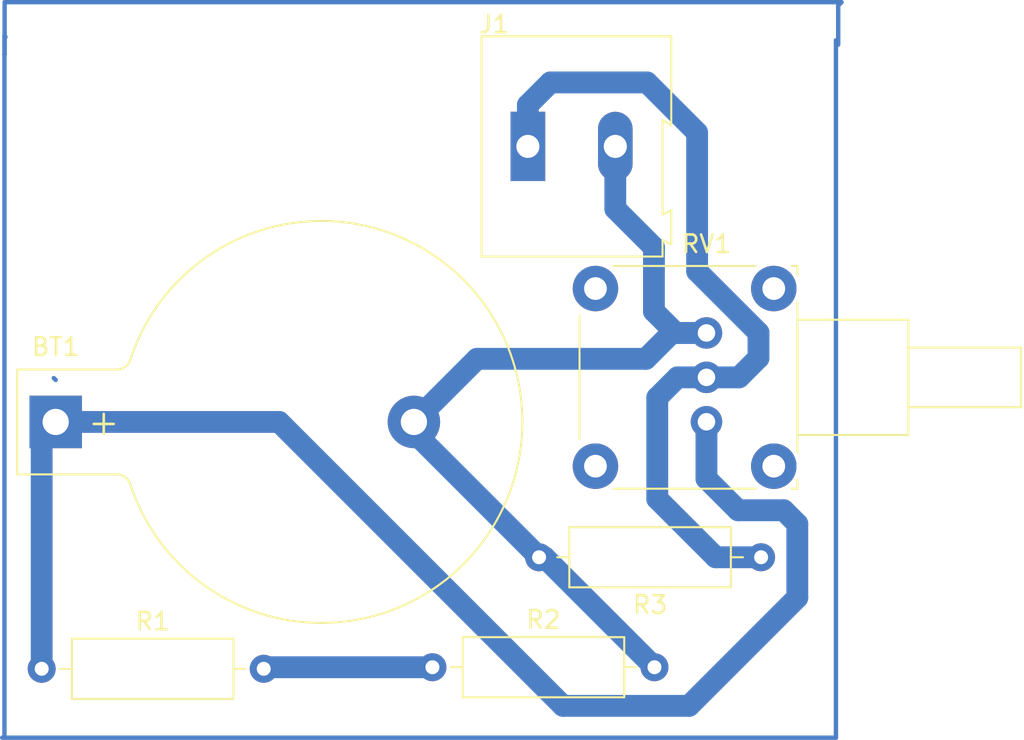
<source format=kicad_pcb>
(kicad_pcb (version 20221018) (generator pcbnew)
  (layers (0 "F.Cu" signal) (31 "B.Cu" signal) (34 "B.Paste" user) (35 "F.Paste" user) (36 "B.SilkS" user "B.Silkscreen") (37 "F.SilkS" user "F.Silkscreen") (38 "B.Mask" user) (39 "F.Mask" user) (44 "Edge.Cuts" user))
  (net 0 "")
  (net 1 "V1")
  (net 2 "VGND")
  (net 3 "V3")
  (net 4 "V2")
  (footprint "Resistor_THT:R_Axial_DIN0309_L9.0mm_D3.2mm_P12.70mm_Horizontal" (layer "F.Cu") (at 148.75 74.82 180)
    (fp_text reference "R3" (at 6.35 -2.72) (layer "F.SilkS"))
    (fp_text value "100k")
    (fp_line (start 1.04 0) (end 1.73 0) (stroke (width 0.12)) (layer "F.SilkS"))
    (fp_line (start 1.73 -1.72) (end 1.73 1.72) (stroke (width 0.12)) (layer "F.SilkS"))
    (fp_line (start 1.73 1.72) (end 10.97 1.72) (stroke (width 0.12)) (layer "F.SilkS"))
    (fp_line (start 10.97 -1.72) (end 1.73 -1.72) (stroke (width 0.12)) (layer "F.SilkS"))
    (fp_line (start 10.97 1.72) (end 10.97 -1.72) (stroke (width 0.12)) (layer "F.SilkS"))
    (fp_line (start 11.66 0) (end 10.97 0) (stroke (width 0.12)) (layer "F.SilkS"))
    (pad "1" thru_hole circle (at 0 0 180) (size 1.6 1.6) (drill 0.8) (layers "*.Cu" "*.Mask") (net 4 "V2"))
    (pad "2" thru_hole oval (at 12.7 0 180) (size 1.6 1.6) (drill 0.8) (layers "*.Cu" "*.Mask") (net 2 "VGND"))
  )
  (footprint "Battery:BatteryHolder_Keystone_103_1x20mm" (layer "F.Cu") (at 108.4 67.08)
    (fp_text reference "BT1" (at 0 -4.3) (layer "F.SilkS"))
    (fp_text value "5V")
    (fp_text user "+" (at 2.75 0) (layer "F.SilkS") (effects (font (size 1.5 1.5))))
    (fp_line (start -2.2 -3) (end 3.5 -3) (stroke (width 0.12)) (layer "F.SilkS"))
    (fp_line (start -2.2 3) (end -2.2 -3) (stroke (width 0.12)) (layer "F.SilkS"))
    (fp_line (start -2.2 3) (end 3.5 3) (stroke (width 0.12)) (layer "F.SilkS"))
    (fp_arc (start 3.5 3) (mid 3.950694 3.136459) (end 4.25 3.5) (stroke (width 0.12)) (layer "F.SilkS"))
    (fp_arc (start 4.25 -3.5) (mid 3.950694 -3.136459) (end 3.5 -3) (stroke (width 0.12)) (layer "F.SilkS"))
    (fp_arc (start 4.25 -3.5) (mid 16.971103 -11.358466) (end 26.695671 0) (stroke (width 0.12)) (layer "F.SilkS"))
    (fp_arc (start 26.695671 0) (mid 16.971103 11.358466) (end 4.25 3.5) (stroke (width 0.12)) (layer "F.SilkS"))
    (pad "1" thru_hole rect (at 0 0) (size 3 3) (drill 1.5) (layers "*.Cu" "*.Mask") (net 1 "V1"))
    (pad "2" thru_hole circle (at 20.49 0) (size 3 3) (drill 1.5) (layers "*.Cu" "*.Mask") (net 2 "VGND"))
  )
  (footprint "Resistor_THT:R_Axial_DIN0309_L9.0mm_D3.2mm_P12.70mm_Horizontal" (layer "F.Cu") (at 107.6 81.2)
    (fp_text reference "R1" (at 6.35 -2.72) (layer "F.SilkS"))
    (fp_text value "100k")
    (fp_line (start 1.04 0) (end 1.73 0) (stroke (width 0.12)) (layer "F.SilkS"))
    (fp_line (start 1.73 -1.72) (end 1.73 1.72) (stroke (width 0.12)) (layer "F.SilkS"))
    (fp_line (start 1.73 1.72) (end 10.97 1.72) (stroke (width 0.12)) (layer "F.SilkS"))
    (fp_line (start 10.97 -1.72) (end 1.73 -1.72) (stroke (width 0.12)) (layer "F.SilkS"))
    (fp_line (start 10.97 1.72) (end 10.97 -1.72) (stroke (width 0.12)) (layer "F.SilkS"))
    (fp_line (start 11.66 0) (end 10.97 0) (stroke (width 0.12)) (layer "F.SilkS"))
    (pad "1" thru_hole circle (at 0 0) (size 1.6 1.6) (drill 0.8) (layers "*.Cu" "*.Mask") (net 1 "V1"))
    (pad "2" thru_hole oval (at 12.7 0) (size 1.6 1.6) (drill 0.8) (layers "*.Cu" "*.Mask") (net 3 "V3"))
  )
  (footprint "Resistor_THT:R_Axial_DIN0309_L9.0mm_D3.2mm_P12.70mm_Horizontal" (layer "F.Cu") (at 129.95 81.11)
    (fp_text reference "R2" (at 6.35 -2.72) (layer "F.SilkS"))
    (fp_text value "100k")
    (fp_line (start 1.04 0) (end 1.73 0) (stroke (width 0.12)) (layer "F.SilkS"))
    (fp_line (start 1.73 -1.72) (end 1.73 1.72) (stroke (width 0.12)) (layer "F.SilkS"))
    (fp_line (start 1.73 1.72) (end 10.97 1.72) (stroke (width 0.12)) (layer "F.SilkS"))
    (fp_line (start 10.97 -1.72) (end 1.73 -1.72) (stroke (width 0.12)) (layer "F.SilkS"))
    (fp_line (start 10.97 1.72) (end 10.97 -1.72) (stroke (width 0.12)) (layer "F.SilkS"))
    (fp_line (start 11.66 0) (end 10.97 0) (stroke (width 0.12)) (layer "F.SilkS"))
    (pad "1" thru_hole circle (at 0 0) (size 1.6 1.6) (drill 0.8) (layers "*.Cu" "*.Mask") (net 3 "V3"))
    (pad "2" thru_hole oval (at 12.7 0) (size 1.6 1.6) (drill 0.8) (layers "*.Cu" "*.Mask") (net 2 "VGND"))
  )
  (footprint "Potentiometer_THT:Potentiometer_Vishay_148E-149E_Single_Horizontal" (layer "F.Cu") (at 145.625 67.07)
    (fp_text reference "RV1" (at 0 -10.17) (layer "F.SilkS"))
    (fp_text value "100k")
    (fp_line (start -7.26 -6.065) (end -7.26 0.985) (stroke (width 0.12)) (layer "F.SilkS"))
    (fp_line (start -5.317 -8.91) (end 2.817 -8.91) (stroke (width 0.12)) (layer "F.SilkS"))
    (fp_line (start -5.317 3.83) (end 2.817 3.83) (stroke (width 0.12)) (layer "F.SilkS"))
    (fp_line (start 4.884 -8.91) (end 5.2 -8.91) (stroke (width 0.12)) (layer "F.SilkS"))
    (fp_line (start 4.884 3.83) (end 5.2 3.83) (stroke (width 0.12)) (layer "F.SilkS"))
    (fp_line (start 5.2 -8.91) (end 5.2 -8.405) (stroke (width 0.12)) (layer "F.SilkS"))
    (fp_line (start 5.2 -6.836) (end 5.2 1.756) (stroke (width 0.12)) (layer "F.SilkS"))
    (fp_line (start 5.2 -5.835) (end 5.2 0.755) (stroke (width 0.12)) (layer "F.SilkS"))
    (fp_line (start 5.2 -5.835) (end 11.55 -5.835) (stroke (width 0.12)) (layer "F.SilkS"))
    (fp_line (start 5.2 0.755) (end 11.55 0.755) (stroke (width 0.12)) (layer "F.SilkS"))
    (fp_line (start 5.2 3.326) (end 5.2 3.83) (stroke (width 0.12)) (layer "F.SilkS"))
    (fp_line (start 11.55 -5.835) (end 11.55 0.755) (stroke (width 0.12)) (layer "F.SilkS"))
    (fp_line (start 11.55 -4.244) (end 11.55 -0.835) (stroke (width 0.12)) (layer "F.SilkS"))
    (fp_line (start 11.55 -4.244) (end 18 -4.244) (stroke (width 0.12)) (layer "F.SilkS"))
    (fp_line (start 11.55 -0.835) (end 18 -0.835) (stroke (width 0.12)) (layer "F.SilkS"))
    (fp_line (start 18 -4.244) (end 18 -0.835) (stroke (width 0.12)) (layer "F.SilkS"))
    (pad "" thru_hole circle (at -6.35 -7.62) (size 2.6 2.6) (drill 1.3) (layers "*.Cu" "*.Mask"))
    (pad "" thru_hole circle (at -6.35 2.54) (size 2.6 2.6) (drill 1.3) (layers "*.Cu" "*.Mask"))
    (pad "" thru_hole circle (at 3.85 -7.62) (size 2.6 2.6) (drill 1.3) (layers "*.Cu" "*.Mask"))
    (pad "" thru_hole circle (at 3.85 2.54) (size 2.6 2.6) (drill 1.3) (layers "*.Cu" "*.Mask"))
    (pad "1" thru_hole circle (at 0 0) (size 1.8 1.8) (drill 1) (layers "*.Cu" "*.Mask") (net 1 "V1"))
    (pad "2" thru_hole circle (at 0 -2.54) (size 1.8 1.8) (drill 1) (layers "*.Cu" "*.Mask") (net 4 "V2"))
    (pad "3" thru_hole circle (at 0 -5.08) (size 1.8 1.8) (drill 1) (layers "*.Cu" "*.Mask") (net 2 "VGND"))
  )
  (footprint "TerminalBlock:TerminalBlock_Altech_AK300-2_P5.00mm" (layer "F.Cu") (at 135.41 51.32)
    (fp_text reference "J1" (at -1.92 -6.99) (layer "F.SilkS"))
    (fp_text value "~")
    (fp_line (start -2.65 -6.3) (end -2.65 6.3) (stroke (width 0.12)) (layer "F.SilkS"))
    (fp_line (start -2.65 6.3) (end 7.7 6.3) (stroke (width 0.12)) (layer "F.SilkS"))
    (fp_line (start 7.7 -1.5) (end 8.2 -1.2) (stroke (width 0.12)) (layer "F.SilkS"))
    (fp_line (start 7.7 3.9) (end 7.7 -1.5) (stroke (width 0.12)) (layer "F.SilkS"))
    (fp_line (start 7.7 5.35) (end 8.2 5.6) (stroke (width 0.12)) (layer "F.SilkS"))
    (fp_line (start 7.7 6.3) (end 7.7 5.35) (stroke (width 0.12)) (layer "F.SilkS"))
    (fp_line (start 8.2 -6.3) (end -2.65 -6.3) (stroke (width 0.12)) (layer "F.SilkS"))
    (fp_line (start 8.2 -1.2) (end 8.2 -6.3) (stroke (width 0.12)) (layer "F.SilkS"))
    (fp_line (start 8.2 3.65) (end 7.7 3.9) (stroke (width 0.12)) (layer "F.SilkS"))
    (fp_line (start 8.2 3.7) (end 8.2 3.65) (stroke (width 0.12)) (layer "F.SilkS"))
    (fp_line (start 8.2 5.6) (end 8.2 3.7) (stroke (width 0.12)) (layer "F.SilkS"))
    (pad "1" thru_hole rect (at 0 0) (size 1.98 3.96) (drill 1.32) (layers "*.Cu" "*.Mask") (net 4 "V2"))
    (pad "2" thru_hole oval (at 5 0) (size 1.98 3.96) (drill 1.32) (layers "*.Cu" "*.Mask") (net 2 "VGND"))
  )
  (segment (start 105.48 46.06) (end 105.47 46.07) (width 0.25) (layer "B.Cu") (net 0))
  (segment (start 153.16 43.26) (end 153.35 43.07) (width 0.25) (layer "B.Cu") (net 0))
  (segment (start 105.53 45.06) (end 105.47 45) (width 0.25) (layer "B.Cu") (net 0))
  (segment (start 153.35 43.07) (end 105.48 43.07) (width 0.25) (layer "B.Cu") (net 0))
  (segment (start 105.47 46.07) (end 105.47 85.01) (width 0.25) (layer "B.Cu") (net 0))
  (segment (start 153.03 85.14) (end 153.03 45.25) (width 0.25) (layer "B.Cu") (net 0))
  (segment (start 105.47 45) (end 105.47 46.07) (width 0.25) (layer "B.Cu") (net 0))
  (segment (start 105.48 43.07) (end 105.48 46.06) (width 0.25) (layer "B.Cu") (net 0))
  (segment (start 153.16 45.5) (end 153.16 43.26) (width 0.25) (layer "B.Cu") (net 0))
  (segment (start 105.34 85.14) (end 153.03 85.14) (width 0.25) (layer "B.Cu") (net 0))
  (segment (start 108.29 64.57) (end 108.4 64.68) (width 0.25) (layer "B.Cu") (net 1))
  (segment (start 107.6 67.88) (end 108.4 67.08) (width 1.25) (layer "B.Cu") (net 1))
  (segment (start 150.04 72.13) (end 150.82 72.91) (width 1.25) (layer "B.Cu") (net 1))
  (segment (start 137.42 83.32) (end 121.18 67.08) (width 1.25) (layer "B.Cu") (net 1))
  (segment (start 150.82 77.13) (end 144.63 83.32) (width 1.25) (layer "B.Cu") (net 1))
  (segment (start 121.18 67.08) (end 108.4 67.08) (width 1.25) (layer "B.Cu") (net 1))
  (segment (start 144.63 83.32) (end 137.42 83.32) (width 1.25) (layer "B.Cu") (net 1))
  (segment (start 145.625 70.325) (end 147.43 72.13) (width 1.25) (layer "B.Cu") (net 1))
  (segment (start 147.43 72.13) (end 150.04 72.13) (width 1.25) (layer "B.Cu") (net 1))
  (segment (start 145.625 67.07) (end 145.625 70.325) (width 1.25) (layer "B.Cu") (net 1))
  (segment (start 150.82 72.91) (end 150.82 77.13) (width 1.25) (layer "B.Cu") (net 1))
  (segment (start 107.6 81.2) (end 107.6 67.88) (width 1.25) (layer "B.Cu") (net 1))
  (segment (start 128.89 67.08) (end 128.46 67.08) (width 1.25) (layer "F.Cu") (net 2))
  (segment (start 128.89 67.66) (end 136.05 74.82) (width 1.25) (layer "B.Cu") (net 2))
  (segment (start 143.64 61.99) (end 142.16 63.47) (width 1.25) (layer "B.Cu") (net 2))
  (segment (start 140.41 51.32) (end 140.41 54.89) (width 1.25) (layer "B.Cu") (net 2))
  (segment (start 140.41 54.89) (end 142.62 57.1) (width 1.25) (layer "B.Cu") (net 2))
  (segment (start 136.05 74.82) (end 136.36 74.82) (width 1.25) (layer "B.Cu") (net 2))
  (segment (start 142.62 60.75) (end 143.86 61.99) (width 1.25) (layer "B.Cu") (net 2))
  (segment (start 132.5 63.47) (end 128.89 67.08) (width 1.25) (layer "B.Cu") (net 2))
  (segment (start 142.16 63.47) (end 132.5 63.47) (width 1.25) (layer "B.Cu") (net 2))
  (segment (start 143.86 61.99) (end 145.625 61.99) (width 1.25) (layer "B.Cu") (net 2))
  (segment (start 128.89 67.08) (end 128.89 67.66) (width 1.25) (layer "B.Cu") (net 2))
  (segment (start 142.62 57.1) (end 142.62 60.75) (width 1.25) (layer "B.Cu") (net 2))
  (segment (start 136.36 74.82) (end 142.65 81.11) (width 1.25) (layer "B.Cu") (net 2))
  (segment (start 145.625 61.99) (end 143.64 61.99) (width 1.25) (layer "B.Cu") (net 2))
  (segment (start 129.86 81.2) (end 129.95 81.11) (width 0.25) (layer "F.Cu") (net 3))
  (segment (start 129.95 81.11) (end 120.39 81.11) (width 1.25) (layer "B.Cu") (net 3))
  (segment (start 120.39 81.11) (end 120.3 81.2) (width 0.25) (layer "B.Cu") (net 3))
  (segment (start 146.15 74.82) (end 142.81 71.48) (width 1.25) (layer "B.Cu") (net 4))
  (segment (start 142.22 47.66) (end 136.7 47.66) (width 1.25) (layer "B.Cu") (net 4))
  (segment (start 148.6 61.97) (end 145.09 58.46) (width 1.25) (layer "B.Cu") (net 4))
  (segment (start 145.625 64.53) (end 147.49 64.53) (width 1.25) (layer "B.Cu") (net 4))
  (segment (start 145.09 50.53) (end 142.22 47.66) (width 1.25) (layer "B.Cu") (net 4))
  (segment (start 148.6 63.42) (end 148.6 61.97) (width 1.25) (layer "B.Cu") (net 4))
  (segment (start 136.7 47.66) (end 135.41 48.95) (width 1.25) (layer "B.Cu") (net 4))
  (segment (start 148.75 74.82) (end 146.15 74.82) (width 1.25) (layer "B.Cu") (net 4))
  (segment (start 142.81 71.48) (end 142.81 65.69) (width 1.25) (layer "B.Cu") (net 4))
  (segment (start 145.09 58.46) (end 145.09 50.53) (width 1.25) (layer "B.Cu") (net 4))
  (segment (start 143.97 64.53) (end 145.625 64.53) (width 1.25) (layer "B.Cu") (net 4))
  (segment (start 135.41 48.95) (end 135.41 51.32) (width 1.25) (layer "B.Cu") (net 4))
  (segment (start 142.81 65.69) (end 143.97 64.53) (width 1.25) (layer "B.Cu") (net 4))
  (segment (start 147.49 64.53) (end 148.6 63.42) (width 1.25) (layer "B.Cu") (net 4))
)
</source>
